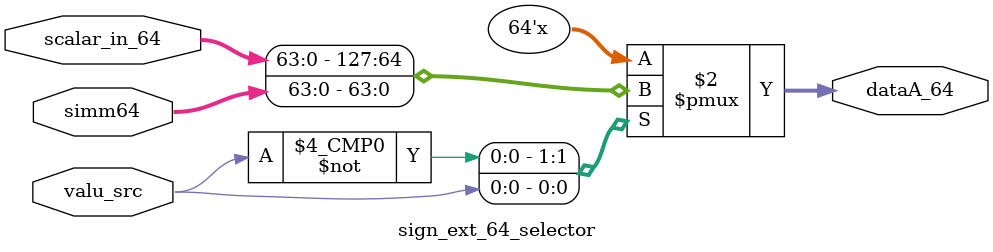
<source format=v>
`ifndef TESTBENCH
`include "constants.vh"
`include "config.vh"
`else
`include "../includes/constants.vh"
`include "../includes/config.vh"
`endif

module sign_ext_64_selector (
    input               valu_src,
    input       [63:0]  simm64,
    input       [63:0]  scalar_in_64,
    output reg  [63:0]  dataA_64
);

always @(*) begin
    case (valu_src)   //will probably need to add cases based on l/s
        1'b0: begin
            dataA_64 = scalar_in_64;
        end
        1'b1: begin
            dataA_64 = simm64;
        end
        default: begin
            dataA_64 = 64'b0;
        end
    endcase
end

endmodule
</source>
